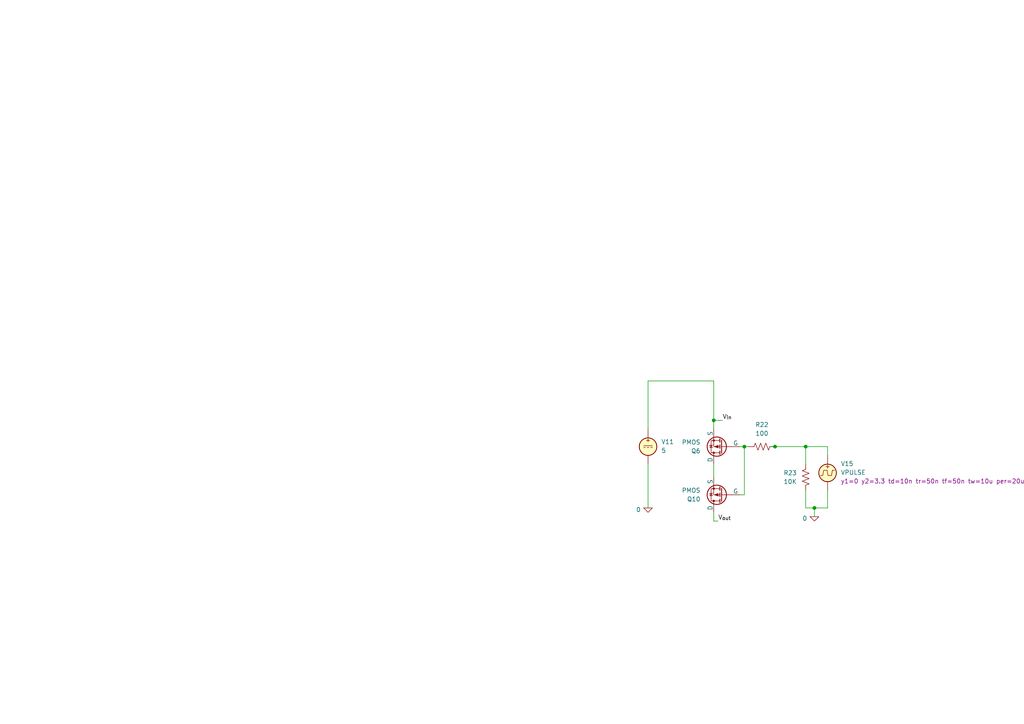
<source format=kicad_sch>
(kicad_sch (version 20250114) (generator "eeschema") (generator_version "9.0")
  (paper "A4")
  (lib_symbols
    (symbol "Device:R_US" (pin_numbers (hide yes)) (pin_names (offset 0))
      (property "Reference" "R" (at 2.54 0 90))
      (property "Value" "R_US" (at -2.54 0 90))
      (symbol "R_US_0_1"
        (polyline (pts (xy 0 2.286) (xy 0 2.54)))
        (polyline (pts (xy 0 2.286) (xy 1.016 1.905) (xy 0 1.524) (xy -1.016 1.143) (xy 0 0.762)))
        (polyline (pts (xy 0 0.762) (xy 1.016 0.381) (xy 0 0) (xy -1.016 -0.381) (xy 0 -0.762)))
        (polyline (pts (xy 0 -0.762) (xy 1.016 -1.143) (xy 0 -1.524) (xy -1.016 -1.905) (xy 0 -2.286)))
        (polyline (pts (xy 0 -2.286) (xy 0 -2.54)))
      )
      (symbol "R_US_1_1"
        (pin passive line (at 0 3.81 270) (length 1.27) (name "~") (number "1"))
        (pin passive line (at 0 -3.81 90) (length 1.27) (name "~") (number "2"))
      )
    )
    (symbol "Simulation_SPICE:0" (power) (pin_numbers (hide yes)) (pin_names (offset 0) (hide yes))
      (property "Value" "0" (at 0 -2.54 0))
      (symbol "0_0_1"
        (polyline (pts (xy -1.27 0) (xy 0 -1.27) (xy 1.27 0) (xy -1.27 0)))
      )
      (symbol "0_1_1"
        (pin power_in line (at 0 0 0) (length 0) (name "~") (number "1"))
      )
    )
    (symbol "Simulation_SPICE:PMOS" (pin_numbers (hide yes)) (pin_names (offset 0))
      (property "Reference" "Q" (at 5.08 1.27 0))
      (property "Value" "PMOS" (at 5.08 -1.27 0))
      (symbol "PMOS_0_1"
        (polyline (pts (xy 0.254 1.905) (xy 0.254 -1.905)) (stroke (width 0.254)))
        (polyline (pts (xy 0.254 0) (xy -2.54 0)))
        (polyline (pts (xy 0.762 2.286) (xy 0.762 1.27)) (stroke (width 0.254)))
        (polyline (pts (xy 0.762 1.778) (xy 3.302 1.778) (xy 3.302 -1.778) (xy 0.762 -1.778)))
        (polyline (pts (xy 0.762 0.508) (xy 0.762 -0.508)) (stroke (width 0.254)))
        (polyline (pts (xy 0.762 -1.27) (xy 0.762 -2.286)) (stroke (width 0.254)))
        (circle (center 1.651 0) (radius 2.794) (stroke (width 0.254)))
        (polyline (pts (xy 2.286 0) (xy 1.27 0.381) (xy 1.27 -0.381) (xy 2.286 0)) (fill (type outline)))
        (polyline (pts (xy 2.54 2.54) (xy 2.54 1.778)))
        (circle (center 2.54 1.778) (radius 0.254) (fill (type outline)))
        (circle (center 2.54 -1.778) (radius 0.254) (fill (type outline)))
        (polyline (pts (xy 2.54 -2.54) (xy 2.54 0) (xy 0.762 0)))
        (polyline (pts (xy 2.794 -0.508) (xy 2.921 -0.381) (xy 3.683 -0.381) (xy 3.81 -0.254)))
        (polyline (pts (xy 3.302 -0.381) (xy 2.921 0.254) (xy 3.683 0.254) (xy 3.302 -0.381)))
      )
      (symbol "PMOS_1_1"
        (pin input line (at -5.08 0 0) (length 2.54) (name "G") (number "2"))
        (pin passive line (at 2.54 5.08 270) (length 2.54) (name "D") (number "1"))
        (pin passive line (at 2.54 -5.08 90) (length 2.54) (name "S") (number "3"))
      )
    )
    (symbol "Simulation_SPICE:VDC" (pin_numbers (hide yes)) (pin_names (offset 0.0254))
      (property "Reference" "V" (at 2.54 2.54 0))
      (property "Value" "1" (at 2.54 0 0))
      (symbol "VDC_0_0"
        (polyline (pts (xy -1.27 0.254) (xy 1.27 0.254)))
        (polyline (pts (xy -0.762 -0.254) (xy -1.27 -0.254)))
        (polyline (pts (xy 0.254 -0.254) (xy -0.254 -0.254)))
        (polyline (pts (xy 1.27 -0.254) (xy 0.762 -0.254)))
        (text "+" (at 0 1.905 0) (effects (font (size 1.27 1.27))))
      )
      (symbol "VDC_0_1"
        (circle (center 0 0) (radius 2.54) (stroke (width 0.254)) (fill (type background)))
      )
      (symbol "VDC_1_1"
        (pin passive line (at 0 5.08 270) (length 2.54) (name "~") (number "1"))
        (pin passive line (at 0 -5.08 90) (length 2.54) (name "~") (number "2"))
      )
    )
    (symbol "Simulation_SPICE:VPULSE" (pin_numbers (hide yes)) (pin_names (offset 0.0254))
      (property "Reference" "V" (at 2.54 2.54 0))
      (property "Value" "VPULSE" (at 2.54 0 0))
      (property "Sim.Params" "y1=0 y2=1 td=2n tr=2n tf=2n tw=50n per=100n" (at 2.54 -2.54 0))
      (symbol "VPULSE_0_0"
        (polyline (pts (xy -2.032 -0.762) (xy -1.397 -0.762) (xy -1.143 0.762) (xy -0.127 0.762) (xy 0.127 -0.762) (xy 1.143 -0.762) (xy 1.397 0.762) (xy 2.032 0.762)))
        (text "+" (at 0 1.905 0) (effects (font (size 1.27 1.27))))
      )
      (symbol "VPULSE_0_1"
        (circle (center 0 0) (radius 2.54) (stroke (width 0.254)) (fill (type background)))
      )
      (symbol "VPULSE_1_1"
        (pin passive line (at 0 5.08 270) (length 2.54) (name "~") (number "1"))
        (pin passive line (at 0 -5.08 90) (length 2.54) (name "~") (number "2"))
      )
    )
  )
  (junction (at 236.22 147.32))
  (junction (at 215.9 129.54))
  (junction (at 233.68 129.54))
  (junction (at 207.01 121.92))
  (junction (at 224.79 129.54))
  (wire (pts (xy 215.9 129.54) (xy 217.17 129.54)))
  (wire (pts (xy 214.63 129.54) (xy 215.9 129.54)))
  (wire (pts (xy 223.52 129.54) (xy 224.79 129.54)))
  (wire (pts (xy 233.68 129.54) (xy 240.03 129.54)))
  (wire (pts (xy 207.01 121.92) (xy 207.01 124.46)))
  (wire (pts (xy 207.01 110.49) (xy 207.01 121.92)))
  (wire (pts (xy 207.01 148.59) (xy 207.01 151.13)))
  (wire (pts (xy 236.22 147.32) (xy 240.03 147.32)))
  (wire (pts (xy 224.79 129.54) (xy 233.68 129.54)))
  (wire (pts (xy 233.68 147.32) (xy 236.22 147.32)))
  (wire (pts (xy 187.96 110.49) (xy 187.96 124.46)))
  (wire (pts (xy 233.68 142.24) (xy 233.68 147.32)))
  (wire (pts (xy 233.68 129.54) (xy 233.68 134.62)))
  (wire (pts (xy 207.01 151.13) (xy 208.28 151.13)))
  (wire (pts (xy 187.96 134.62) (xy 187.96 147.32)))
  (wire (pts (xy 215.9 129.54) (xy 215.9 143.51)))
  (wire (pts (xy 207.01 134.62) (xy 207.01 138.43)))
  (wire (pts (xy 207.01 110.49) (xy 187.96 110.49)))
  (wire (pts (xy 207.01 121.92) (xy 209.55 121.92)))
  (wire (pts (xy 240.03 129.54) (xy 240.03 132.08)))
  (wire (pts (xy 240.03 147.32) (xy 240.03 142.24)))
  (wire (pts (xy 214.63 143.51) (xy 215.9 143.51)))
  (wire (pts (xy 236.22 147.32) (xy 236.22 149.86)))
  (label "V_{out}" (at 208.28 151.13 0))
  (label "V_{in}" (at 209.55 121.92 0))
  (symbol (lib_id "Simulation_SPICE:0") (at 187.96 147.32 0) (unit 1)
    (property "Reference" "#GND09" (effects (hide yes)))
    (property "Value" "0" (at 185.166 147.828 0))
    (property "Datasheet" "https://ngspice.sourceforge.io/docs/ngspice-html-manual/manual.xhtml#subsec_Circuit_elements__device" (effects (hide yes)))
    (property "Description" "0V reference potential for simulation" (effects (hide yes)))
  )
  (symbol (lib_id "Simulation_SPICE:VPULSE") (at 240.03 137.16 0) (unit 1)
    (property "Reference" "V15" (at 243.84 134.4901 0) (effects (justify left)))
    (property "Value" "VPULSE" (at 243.84 137.0301 0) (effects (justify left)))
    (property "Datasheet" "https://ngspice.sourceforge.io/docs/ngspice-html-manual/manual.xhtml#sec_Independent_Sources_for" (effects (hide yes)))
    (property "Description" "Voltage source, pulse" (effects (hide yes)))
    (property "Sim.Pins" "1=+ 2=-" (effects (hide yes)))
    (property "Sim.Type" "PULSE" (effects (hide yes)))
    (property "Sim.Device" "V" (effects (hide yes)))
    (property "Sim.Params" "y1=0 y2=3.3 td=10n tr=50n tf=50n tw=10u per=20u" (at 243.84 139.5701 0) (effects (justify left)))
  )
  (symbol (lib_id "Simulation_SPICE:PMOS") (at 209.55 129.54 180) (unit 1)
    (property "Reference" "Q6" (at 203.2 130.8101 0) (effects (justify left)))
    (property "Value" "PMOS" (at 203.2 128.2701 0) (effects (justify left)))
    (property "Datasheet" "https://ngspice.sourceforge.io/docs/ngspice-html-manual/manual.xhtml#cha_MOSFETs" (effects (hide yes)))
    (property "Description" "P-MOSFET transistor, drain/source/gate" (effects (hide yes)))
    (property "Sim.Device" "PMOS" (effects (hide yes)))
    (property "Sim.Type" "VDMOS" (effects (hide yes)))
    (property "Sim.Pins" "1=D 2=G 3=S" (effects (hide yes)))
  )
  (symbol (lib_id "Simulation_SPICE:0") (at 236.22 149.86 0) (unit 1)
    (property "Reference" "#GND010" (effects (hide yes)))
    (property "Value" "0" (at 233.426 150.368 0))
    (property "Datasheet" "https://ngspice.sourceforge.io/docs/ngspice-html-manual/manual.xhtml#subsec_Circuit_elements__device" (effects (hide yes)))
    (property "Description" "0V reference potential for simulation" (effects (hide yes)))
  )
  (symbol (lib_id "Device:R_US") (at 233.68 138.43 0) (mirror x) (unit 1)
    (property "Reference" "R23" (at 231.14 137.1599 0) (effects (justify right)))
    (property "Value" "10K" (at 231.14 139.6999 0) (effects (justify right)))
    (property "Description" "Resistor, US symbol" (effects (hide yes)))
  )
  (symbol (lib_id "Simulation_SPICE:PMOS") (at 209.55 143.51 180) (unit 1)
    (property "Reference" "Q10" (at 203.2 144.7801 0) (effects (justify left)))
    (property "Value" "PMOS" (at 203.2 142.2401 0) (effects (justify left)))
    (property "Datasheet" "https://ngspice.sourceforge.io/docs/ngspice-html-manual/manual.xhtml#cha_MOSFETs" (effects (hide yes)))
    (property "Description" "P-MOSFET transistor, drain/source/gate" (effects (hide yes)))
    (property "Sim.Device" "PMOS" (effects (hide yes)))
    (property "Sim.Type" "VDMOS" (effects (hide yes)))
    (property "Sim.Pins" "1=D 2=G 3=S" (effects (hide yes)))
  )
  (symbol (lib_id "Device:R_US") (at 220.98 129.54 90) (unit 1)
    (property "Reference" "R22" (at 220.98 123.19 90))
    (property "Value" "100" (at 220.98 125.73 90))
    (property "Description" "Resistor, US symbol" (effects (hide yes)))
  )
  (symbol (lib_id "Simulation_SPICE:VDC") (at 187.96 129.54 0) (unit 1)
    (property "Reference" "V11" (at 191.77 128.1401 0) (effects (justify left)))
    (property "Value" "5" (at 191.77 130.6801 0) (effects (justify left)))
    (property "Datasheet" "https://ngspice.sourceforge.io/docs/ngspice-html-manual/manual.xhtml#sec_Independent_Sources_for" (effects (hide yes)))
    (property "Description" "Voltage source, DC" (effects (hide yes)))
    (property "Sim.Pins" "1=+ 2=-" (effects (hide yes)))
    (property "Sim.Type" "DC" (effects (hide yes)))
    (property "Sim.Device" "V" (effects (hide yes)))
  )
)
</source>
